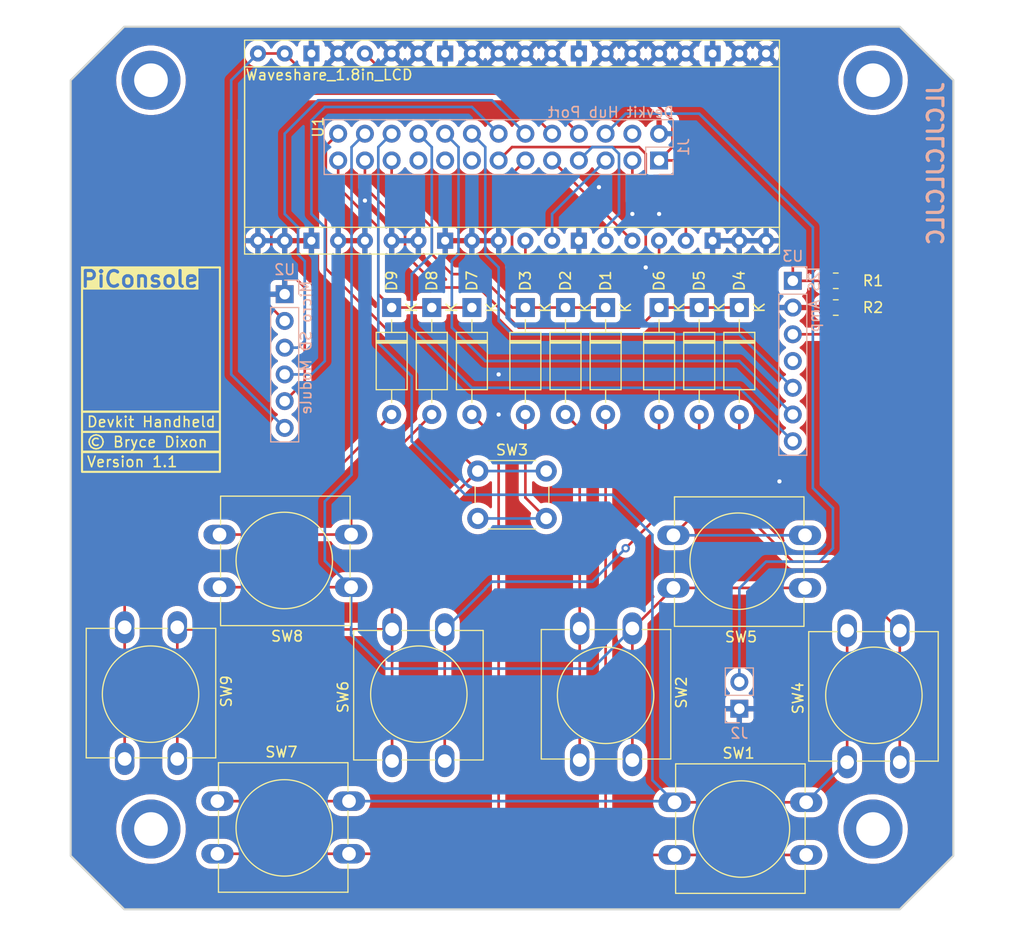
<source format=kicad_pcb>
(kicad_pcb (version 20221018) (generator pcbnew)
  (layers (0 "F.Cu" signal) (31 "B.Cu" signal) (34 "B.Paste" user) (35 "F.Paste" user) (36 "B.SilkS" user "B.Silkscreen") (37 "F.SilkS" user "F.Silkscreen") (38 "B.Mask" user) (39 "F.Mask" user) (44 "Edge.Cuts" user))
  (net 0 "")
  (net 1 "/Input Anode 1")
  (net 2 "Net-(D1-A)")
  (net 3 "Net-(D2-A)")
  (net 4 "Net-(D3-A)")
  (net 5 "/Input Anode 2")
  (net 6 "Net-(D4-A)")
  (net 7 "Net-(D5-A)")
  (net 8 "Net-(D6-A)")
  (net 9 "/Input Anode 3")
  (net 10 "Net-(D7-A)")
  (net 11 "Net-(D8-A)")
  (net 12 "Net-(D9-A)")
  (net 13 "GND")
  (net 14 "/Motor")
  (net 15 "+3V3")
  (net 16 "/I2S_Gain")
  (net 17 "/LCD DC")
  (net 18 "/LCD CS")
  (net 19 "/LCD CLK")
  (net 20 "/SD MISO")
  (net 21 "/LCD DIN")
  (net 22 "/SD CS")
  (net 23 "/LCD Reset")
  (net 24 "/SD CLK")
  (net 25 "/LCD Backlight")
  (net 26 "/SD MOSI")
  (net 27 "/I2S_DIN")
  (net 28 "/I2S_CLK")
  (net 29 "/I2S_LRC")
  (net 30 "/Input Cathode 1")
  (net 31 "/Input Cathode 2")
  (net 32 "/Input Cathode 3")
  (net 37 "/I2S_SD")
  (footprint "Button_Switch_THT:SW_PUSH_6mm" (layer "F.Cu") (at 56.44 57.44)
    (fp_text reference "SW3" (at 3.25 -2) (layer "F.SilkS"))
    (fp_text value "Start Button")
    (pad "1" thru_hole circle (at 0 0 90) (size 2 2) (drill 1.1) (layers "*.Cu" "*.Mask") (net 32 "/Input Cathode 3"))
    (pad "1" thru_hole circle (at 6.5 0 90) (size 2 2) (drill 1.1) (layers "*.Cu" "*.Mask") (net 32 "/Input Cathode 3"))
    (pad "2" thru_hole circle (at 0 4.5 90) (size 2 2) (drill 1.1) (layers "*.Cu" "*.Mask") (net 4 "Net-(D3-A)"))
    (pad "2" thru_hole circle (at 6.5 4.5 90) (size 2 2) (drill 1.1) (layers "*.Cu" "*.Mask") (net 4 "Net-(D3-A)"))
  )
  (footprint "Resistor_SMD:R_0805_2012Metric_Pad1.20x1.40mm_HandSolder" (layer "F.Cu") (at 90.44 39.37 180)
    (fp_text reference "R1" (at -3.54 0) (layer "F.SilkS"))
    (fp_text value "10K")
    (pad "1" smd roundrect (at -1 0 180) (size 1.2 1.4) (layers "F.Cu" "F.Paste" "F.Mask") (roundrect_rratio 0.2083333333) (net 37 "/I2S_SD"))
    (pad "2" smd roundrect (at 1 0 180) (size 1.2 1.4) (layers "F.Cu" "F.Paste" "F.Mask") (roundrect_rratio 0.2083333333) (net 15 "+3V3"))
  )
  (footprint "Button_Switch_THT:SW_PUSH-12mm" (layer "F.Cu") (at 44.41 68.47 180)
    (fp_text reference "SW8" (at 6.08 -4.66) (layer "F.SilkS"))
    (fp_text value "DPad Up")
    (pad "1" thru_hole oval (at 0 0 180) (size 3.048 1.85) (drill 1.3) (layers "*.Cu" "*.Mask") (net 31 "/Input Cathode 2"))
    (pad "1" thru_hole oval (at 12.5 0 180) (size 3.048 1.85) (drill 1.3) (layers "*.Cu" "*.Mask") (net 31 "/Input Cathode 2"))
    (pad "2" thru_hole oval (at 0 5 180) (size 3.048 1.85) (drill 1.3) (layers "*.Cu" "*.Mask") (net 11 "Net-(D8-A)"))
    (pad "2" thru_hole oval (at 12.5 5 180) (size 3.048 1.85) (drill 1.3) (layers "*.Cu" "*.Mask") (net 11 "Net-(D8-A)"))
  )
  (footprint "Button_Switch_THT:SW_PUSH-12mm" (layer "F.Cu") (at 27.9 72.28 -90)
    (fp_text reference "SW9" (at 6.08 -4.66 90) (layer "F.SilkS"))
    (fp_text value "DPad Left")
    (pad "1" thru_hole oval (at 0 0 270) (size 3.048 1.85) (drill 1.3) (layers "*.Cu" "*.Mask") (net 32 "/Input Cathode 3"))
    (pad "1" thru_hole oval (at 12.5 0 270) (size 3.048 1.85) (drill 1.3) (layers "*.Cu" "*.Mask") (net 32 "/Input Cathode 3"))
    (pad "2" thru_hole oval (at 0 5 270) (size 3.048 1.85) (drill 1.3) (layers "*.Cu" "*.Mask") (net 12 "Net-(D9-A)"))
    (pad "2" thru_hole oval (at 12.5 5 270) (size 3.048 1.85) (drill 1.3) (layers "*.Cu" "*.Mask") (net 12 "Net-(D9-A)"))
  )
  (footprint "MountingHole:MountingHole_3.2mm_M3_DIN965_Pad" (layer "F.Cu") (at 93.98 20.32)
    (fp_text reference "REF**" hide)
    (fp_text value "MountingHole_3.2mm_M3_DIN965_Pad")
    (pad "1" thru_hole circle (at 0 0) (size 5.6 5.6) (drill 3.2) (layers "*.Cu" "*.Mask"))
  )
  (footprint "Button_Switch_THT:SW_PUSH-12mm" (layer "F.Cu") (at 31.71 88.79)
    (fp_text reference "SW7" (at 6.08 -4.66) (layer "F.SilkS"))
    (fp_text value "DPad Down")
    (pad "1" thru_hole oval (at 0 0) (size 3.048 1.85) (drill 1.3) (layers "*.Cu" "*.Mask") (net 30 "/Input Cathode 1"))
    (pad "1" thru_hole oval (at 12.5 0) (size 3.048 1.85) (drill 1.3) (layers "*.Cu" "*.Mask") (net 30 "/Input Cathode 1"))
    (pad "2" thru_hole oval (at 0 5) (size 3.048 1.85) (drill 1.3) (layers "*.Cu" "*.Mask") (net 10 "Net-(D7-A)"))
    (pad "2" thru_hole oval (at 12.5 5) (size 3.048 1.85) (drill 1.3) (layers "*.Cu" "*.Mask") (net 10 "Net-(D7-A)"))
  )
  (footprint "Diode_THT:D_A-405_P10.16mm_Horizontal" (layer "F.Cu") (at 73.66 41.91 -90)
    (fp_text reference "D6" (at -2.54 0 90) (layer "F.SilkS"))
    (fp_text value "D_Schottky")
    (fp_text user "K" (at 0 -1.9 90) (layer "F.SilkS"))
    (pad "1" thru_hole rect (at 0 0 270) (size 1.8 1.8) (drill 0.9) (layers "*.Cu" "*.Mask") (net 5 "/Input Anode 2"))
    (pad "2" thru_hole oval (at 10.16 0 270) (size 1.8 1.8) (drill 0.9) (layers "*.Cu" "*.Mask") (net 8 "Net-(D6-A)"))
  )
  (footprint "Diode_THT:D_A-405_P10.16mm_Horizontal" (layer "F.Cu") (at 48.26 41.91 -90)
    (fp_text reference "D9" (at -2.54 0 90) (layer "F.SilkS"))
    (fp_text value "D_Schottky")
    (fp_text user "K" (at 0 -1.9 90) (layer "F.SilkS"))
    (pad "1" thru_hole rect (at 0 0 270) (size 1.8 1.8) (drill 0.9) (layers "*.Cu" "*.Mask") (net 9 "/Input Anode 3"))
    (pad "2" thru_hole oval (at 10.16 0 270) (size 1.8 1.8) (drill 0.9) (layers "*.Cu" "*.Mask") (net 12 "Net-(D9-A)"))
  )
  (footprint "Diode_THT:D_A-405_P10.16mm_Horizontal" (layer "F.Cu") (at 52.07 41.91 -90)
    (fp_text reference "D8" (at -2.54 0 90) (layer "F.SilkS"))
    (fp_text value "D_Schottky")
    (fp_text user "K" (at 0 -1.9 90) (layer "F.SilkS"))
    (pad "1" thru_hole rect (at 0 0 270) (size 1.8 1.8) (drill 0.9) (layers "*.Cu" "*.Mask") (net 9 "/Input Anode 3"))
    (pad "2" thru_hole oval (at 10.16 0 270) (size 1.8 1.8) (drill 0.9) (layers "*.Cu" "*.Mask") (net 11 "Net-(D8-A)"))
  )
  (footprint "MountingHole:MountingHole_3.2mm_M3_DIN965_Pad" (layer "F.Cu") (at 25.4 20.32)
    (fp_text reference "REF**" hide)
    (fp_text value "MountingHole_3.2mm_M3_DIN965_Pad")
    (pad "1" thru_hole circle (at 0 0) (size 5.6 5.6) (drill 3.2) (layers "*.Cu" "*.Mask"))
  )
  (footprint "Diode_THT:D_A-405_P10.16mm_Horizontal" (layer "F.Cu") (at 60.96 41.91 -90)
    (fp_text reference "D3" (at -2.54 0 -270) (layer "F.SilkS"))
    (fp_text value "D_Schottky")
    (fp_text user "K" (at 0 -1.9 -270) (layer "F.SilkS"))
    (pad "1" thru_hole rect (at 0 0 270) (size 1.8 1.8) (drill 0.9) (layers "*.Cu" "*.Mask") (net 1 "/Input Anode 1"))
    (pad "2" thru_hole oval (at 10.16 0 270) (size 1.8 1.8) (drill 0.9) (layers "*.Cu" "*.Mask") (net 4 "Net-(D3-A)"))
  )
  (footprint "PICOnsole:QRCode_Soldermask" (layer "F.Cu") (at 19.501875 40.767)
    (fp_text reference "G***" hide)
    (fp_text value "LOGO" hide)
  )
  (footprint "Button_Switch_THT:SW_PUSH-12mm" (layer "F.Cu") (at 87.52 68.54 180)
    (fp_text reference "SW5" (at 6.08 -4.66) (layer "F.SilkS"))
    (fp_text value "Y Button")
    (pad "1" thru_hole oval (at 0 0 180) (size 3.048 1.85) (drill 1.3) (layers "*.Cu" "*.Mask") (net 31 "/Input Cathode 2"))
    (pad "1" thru_hole oval (at 12.5 0 180) (size 3.048 1.85) (drill 1.3) (layers "*.Cu" "*.Mask") (net 31 "/Input Cathode 2"))
    (pad "2" thru_hole oval (at 0 5 180) (size 3.048 1.85) (drill 1.3) (layers "*.Cu" "*.Mask") (net 7 "Net-(D5-A)"))
    (pad "2" thru_hole oval (at 12.5 5 180) (size 3.048 1.85) (drill 1.3) (layers "*.Cu" "*.Mask") (net 7 "Net-(D5-A)"))
  )
  (footprint "Button_Switch_THT:SW_PUSH-12mm" (layer "F.Cu") (at 75.13 88.9)
    (fp_text reference "SW1" (at 6.08 -4.66) (layer "F.SilkS"))
    (fp_text value "A Button")
    (pad "1" thru_hole oval (at 0 0) (size 3.048 1.85) (drill 1.3) (layers "*.Cu" "*.Mask") (net 30 "/Input Cathode 1"))
    (pad "1" thru_hole oval (at 12.5 0) (size 3.048 1.85) (drill 1.3) (layers "*.Cu" "*.Mask") (net 30 "/Input Cathode 1"))
    (pad "2" thru_hole oval (at 0 5) (size 3.048 1.85) (drill 1.3) (layers "*.Cu" "*.Mask") (net 2 "Net-(D1-A)"))
    (pad "2" thru_hole oval (at 12.5 5) (size 3.048 1.85) (drill 1.3) (layers "*.Cu" "*.Mask") (net 2 "Net-(D1-A)"))
  )
  (footprint "Diode_THT:D_A-405_P10.16mm_Horizontal" (layer "F.Cu") (at 77.47 41.91 -90)
    (fp_text reference "D5" (at -2.54 0 90) (layer "F.SilkS"))
    (fp_text value "D_Schottky")
    (fp_text user "K" (at 0 -1.9 90) (layer "F.SilkS"))
    (pad "1" thru_hole rect (at 0 0 270) (size 1.8 1.8) (drill 0.9) (layers "*.Cu" "*.Mask") (net 5 "/Input Anode 2"))
    (pad "2" thru_hole oval (at 10.16 0 270) (size 1.8 1.8) (drill 0.9) (layers "*.Cu" "*.Mask") (net 7 "Net-(D5-A)"))
  )
  (footprint "Diode_THT:D_A-405_P10.16mm_Horizontal" (layer "F.Cu") (at 64.77 41.91 -90)
    (fp_text reference "D2" (at -2.54 0 -270) (layer "F.SilkS"))
    (fp_text value "D_Schottky")
    (fp_text user "K" (at 0 -1.9 -270) (layer "F.SilkS"))
    (pad "1" thru_hole rect (at 0 0 270) (size 1.8 1.8) (drill 0.9) (layers "*.Cu" "*.Mask") (net 1 "/Input Anode 1"))
    (pad "2" thru_hole oval (at 10.16 0 270) (size 1.8 1.8) (drill 0.9) (layers "*.Cu" "*.Mask") (net 3 "Net-(D2-A)"))
  )
  (footprint "Diode_THT:D_A-405_P10.16mm_Horizontal" (layer "F.Cu") (at 55.88 41.91 -90)
    (fp_text reference "D7" (at -2.54 0 90) (layer "F.SilkS"))
    (fp_text value "D_Schottky")
    (fp_text user "K" (at 0 -1.9 90) (layer "F.SilkS"))
    (pad "1" thru_hole rect (at 0 0 270) (size 1.8 1.8) (drill 0.9) (layers "*.Cu" "*.Mask") (net 9 "/Input Anode 3"))
    (pad "2" thru_hole oval (at 10.16 0 270) (size 1.8 1.8) (drill 0.9) (layers "*.Cu" "*.Mask") (net 10 "Net-(D7-A)"))
  )
  (footprint "Button_Switch_THT:SW_PUSH-12mm" (layer "F.Cu") (at 91.52 85.09 90)
    (fp_text reference "SW4" (at 6.08 -4.66 90) (layer "F.SilkS"))
    (fp_text value "B Button")
    (pad "1" thru_hole oval (at 0 0 90) (size 3.048 1.85) (drill 1.3) (layers "*.Cu" "*.Mask") (net 30 "/Input Cathode 1"))
    (pad "1" thru_hole oval (at 12.5 0 90) (size 3.048 1.85) (drill 1.3) (layers "*.Cu" "*.Mask") (net 30 "/Input Cathode 1"))
    (pad "2" thru_hole oval (at 0 5 90) (size 3.048 1.85) (drill 1.3) (layers "*.Cu" "*.Mask") (net 6 "Net-(D4-A)"))
    (pad "2" thru_hole oval (at 12.5 5 90) (size 3.048 1.85) (drill 1.3) (layers "*.Cu" "*.Mask") (net 6 "Net-(D4-A)"))
  )
  (footprint "PICOnsole:Waveshare_1.8in_LCD" (layer "F.Cu") (at 58.42 26.67 90)
    (fp_text reference "U1" (at 1.905 -17.145 90 unlocked) (layer "F.SilkS"))
    (fp_text value "Waveshare_1.8in_LCD" (at 6.858 -24.13 unlocked) (layer "F.SilkS" knockout) (effects (justify left)))
    (pad "1" thru_hole circle (at -8.89 -22.86 90) (size 1.524 1.524) (drill 0.762) (layers "*.Cu" "*.Mask") (net 13 "GND"))
    (pad "2" thru_hole circle (at -8.89 -20.32 90) (size 1.524 1.524) (drill 0.762) (layers "*.Cu" "*.Mask") (net 13 "GND"))
    (pad "3" thru_hole rect (at -8.89 -17.78 90) (size 1.524 1.524) (drill 0.762) (layers "*.Cu" "*.Mask") (net 13 "GND"))
    (pad "4" thru_hole circle (at -8.89 -15.24 90) (size 1.524 1.524) (drill 0.762) (layers "*.Cu" "*.Mask") (net 13 "GND"))
    (pad "5" thru_hole circle (at -8.89 -12.7 90) (size 1.524 1.524) (drill 0.762) (layers "*.Cu" "*.Mask") (net 13 "GND"))
    (pad "6" thru_hole circle (at -8.89 -7.62 90) (size 1.524 1.524) (drill 0.762) (layers "*.Cu" "*.Mask") (net 13 "GND"))
    (pad "7" thru_hole circle (at -8.89 -10.16 90) (size 1.524 1.524) (drill 0.762) (layers "*.Cu" "*.Mask") (net 13 "GND"))
    (pad "8" thru_hole rect (at -8.89 -5.08 90) (size 1.524 1.524) (drill 0.762) (layers "*.Cu" "*.Mask") (net 13 "GND"))
    (pad "9" thru_hole circle (at -8.89 -2.54 90) (size 1.524 1.524) (drill 0.762) (layers "*.Cu" "*.Mask") (net 13 "GND"))
    (pad "10" thru_hole circle (at -8.89 0 90) (size 1.524 1.524) (drill 0.762) (layers "*.Cu" "*.Mask") (net 13 "GND"))
    (pad "11" thru_hole circle (at -8.89 2.54 90) (size 1.524 1.524) (drill 0.762) (layers "*.Cu" "*.Mask") (net 17 "/LCD DC"))
    (pad "12" thru_hole circle (at -8.89 5.08 90) (size 1.524 1.524) (drill 0.762) (layers "*.Cu" "*.Mask") (net 18 "/LCD CS"))
    (pad "13" thru_hole rect (at -8.89 7.62 90) (size 1.524 1.524) (drill 0.762) (layers "*.Cu" "*.Mask") (net 13 "GND"))
    (pad "14" thru_hole circle (at -8.89 10.16 90) (size 1.524 1.524) (drill 0.762) (layers "*.Cu" "*.Mask") (net 19 "/LCD CLK"))
    (pad "15" thru_hole circle (at -8.89 12.7 90) (size 1.524 1.524) (drill 0.762) (layers "*.Cu" "*.Mask") (net 21 "/LCD DIN"))
    (pad "16" thru_hole circle (at -8.89 15.24 90) (size 1.524 1.524) (drill 0.762) (layers "*.Cu" "*.Mask") (net 23 "/LCD Reset"))
    (pad "17" thru_hole circle (at -8.89 17.78 90) (size 1.524 1.524) (drill 0.762) (layers "*.Cu" "*.Mask") (net 25 "/LCD Backlight"))
    (pad "18" thru_hole rect (at -8.89 20.32 90) (size 1.524 1.524) (drill 0.762) (layers "*.Cu" "*.Mask") (net 13 "GND"))
    (pad "19" thru_hole circle (at -8.89 22.86 90) (size 1.524 1.524) (drill 0.762) (layers "*.Cu" "*.Mask") (net 13 "GND"))
    (pad "20" thru_hole circle (at -8.89 25.4 90) (size 1.524 1.524) (drill 0.762) (layers "*.Cu" "*.Mask") (net 13 "GND"))
    (pad "21" thru_hole circle (at 8.89 25.4 90) (size 1.524 1.524) (drill 0.762) (layers "*.Cu" "*.Mask") (net 13 "GND"))
    (pad "22" thru_hole circle (at 8.89 22.86 90) (size 1.524 1.524) (drill 0.762) (layers "*.Cu" "*.Mask") (net 13 "GND"))
    (pad "23" thru_hole rect (at 8.89 20.32 90) (size 1.524 1.524) (drill 0.762) (layers "*.Cu" "*.Mask") (net 13 "GND"))
    (pad "24" thru_hole circle (at 8.89 17.78 90) (size 1.524 1.524) (drill 0.762) (layers "*.Cu" "*.Mask") (net 13 "GND"))
    (pad "25" thru_hole circle (at 8.89 15.24 90) (size 1.524 1.524) (drill 0.762) (layers "*.Cu" "*.Mask") (net 13 "GND"))
    (pad "26" thru_hole circle (at 8.89 12.7 90) (size 1.524 1.524) (drill 0.762) (layers "*.Cu" "*.Mask") (net 13 "GND"))
    (pad "27" thru_hole circle (at 8.89 10.16 90) (size 1.524 1.524) (drill 0.762) (layers "*.Cu" "*.Mask") (net 13 "GND"))
    (pad "28" thru_hole rect (at 8.89 7.62 90) (size 1.524 1.524) (drill 0.762) (layers "*.Cu" "*.Mask") (net 13 "GND"))
    (pad "29" thru_hole circle (at 8.89 5.08 90) (size 1.524 1.524) (drill 0.762) (layers "*.Cu" "*.Mask") (net 13 "GND"))
    (pad "30" thru_hole circle (at 8.89 2.54 90) (size 1.524 1.524) (drill 0.762) (layers "*.Cu" "*.Mask") (net 13 "GND"))
    (pad "31" thru_hole circle (at 8.89 0 90) (size 1.524 1.524) (drill 0.762) (layers "*.Cu" "*.Mask") (net 13 "GND"))
    (pad "32" thru_hole circle (at 8.89 -2.54 90) (size 1.524 1.524) (drill 0.762) (layers "*.Cu" "*.Mask") (net 13 "GND"))
    (pad "33" thru_hole rect (at 8.89 -5.08 90) (size 1.524 1.524) (drill 0.762) (layers "*.Cu" "*.Mask") (net 13 "GND"))
    (pad "34" thru_hole circle (at 8.89 -7.62 90) (size 1.524 1.524) (drill 0.762) (layers "*.Cu" "*.Mask") (net 13 "GND"))
    (pad "35" thru_hole circle (at 8.89 -10.16 90) (size 1.524 1.524) (drill 0.762) (layers "*.Cu" "*.Mask") (net 13 "GND"))
    (pad "36" thru_hole circle (at 8.89 -12.7 90) (size 1.524 1.524) (drill 0.762) (layers "*.Cu" "*.Mask") (net 15 "+3V3"))
    (pad "37" thru_hole circle (at 8.89 -15.24 90) (size 1.524 1.524) (drill 0.762) (layers "*.Cu" "*.Mask") (net 13 "GND"))
    (pad "38" thru_hole rect (at 8.89 -17.78 90) (size 1.524 1.524) (drill 0.762) (layers "*.Cu" "*.Mask") (net 13 "GND"))
    (pad "39" thru_hole circle (at 8.89 -20.32 90) (size 1.524 1.524) (drill 0.762) (layers "*.Cu" "*.Mask") (net 15 "+3V3"))
    (pad "40" thru_hole circle (at 8.89 -22.86 90) (size 1.524 1.524) (drill 0.762) (layers "*.Cu" "*.Mask") (net 15 "+3V3"))
  )
  (footprint "Diode_THT:D_A-405_P10.16mm_Horizontal" (layer "F.Cu") (at 81.28 41.91 -90)
    (fp_text reference "D4" (at -2.54 0 90) (layer "F.SilkS"))
    (fp_text value "D_Schottky")
    (fp_text user "K" (at 0 -1.9 90) (layer "F.SilkS"))
    (pad "1" thru_hole rect (at 0 0 270) (size 1.8 1.8) (drill 0.9) (layers "*.Cu" "*.Mask") (net 5 "/Input Anode 2"))
    (pad "2" thru_hole oval (at 10.16 0 270) (size 1.8 1.8) (drill 0.9) (layers "*.Cu" "*.Mask") (net 6 "Net-(D4-A)"))
  )
  (footprint "MountingHole:MountingHole_3.2mm_M3_DIN965_Pad" (layer "F.Cu") (at 25.4 91.44)
    (fp_text reference "REF**" hide)
    (fp_text value "MountingHole_3.2mm_M3_DIN965_Pad")
    (pad "1" thru_hole circle (at 0 0) (size 5.6 5.6) (drill 3.2) (layers "*.Cu" "*.Mask"))
  )
  (footprint "Button_Switch_THT:SW_PUSH-12mm" (layer "F.Cu") (at 48.3 84.98 90)
    (fp_text reference "SW6" (at 6.08 -4.66 90) (layer "F.SilkS"))
    (fp_text value "DPad Right")
    (pad "1" thru_hole oval (at 0 0 90) (size 3.048 1.85) (drill 1.3) (layers "*.Cu" "*.Mask") (net 32 "/Input Cathode 3"))
    (pad "1" thru_hole oval (at 12.5 0 90) (size 3.048 1.85) (drill 1.3) (layers "*.Cu" "*.Mask") (net 32 "/Input Cathode 3"))
    (pad "2" thru_hole oval (at 0 5 90) (size 3.048 1.85) (drill 1.3) (layers "*.Cu" "*.Mask") (net 8 "Net-(D6-A)"))
    (pad "2" thru_hole oval (at 12.5 5 90) (size 3.048 1.85) (drill 1.3) (layers "*.Cu" "*.Mask") (net 8 "Net-(D6-A)"))
  )
  (footprint "Resistor_SMD:R_0805_2012Metric_Pad1.20x1.40mm_HandSolder" (layer "F.Cu") (at 90.44 41.91)
    (fp_text reference "R2" (at 3.54 0) (layer "F.SilkS"))
    (fp_text value "1K")
    (pad "1" smd roundrect (at -1 0) (size 1.2 1.4) (layers "F.Cu" "F.Paste" "F.Mask") (roundrect_rratio 0.2083333333) (net 13 "GND"))
    (pad "2" smd roundrect (at 1 0) (size 1.2 1.4) (layers "F.Cu" "F.Paste" "F.Mask") (roundrect_rratio 0.2083333333) (net 37 "/I2S_SD"))
  )
  (footprint "MountingHole:MountingHole_3.2mm_M3_DIN965_Pad" (layer "F.Cu") (at 93.98 91.44)
    (fp_text reference "REF**" hide)
    (fp_text value "MountingHole_3.2mm_M3_DIN965_Pad")
    (pad "1" thru_hole circle (at 0 0) (size 5.6 5.6) (drill 3.2) (layers "*.Cu" "*.Mask"))
  )
  (footprint "Button_Switch_THT:SW_PUSH-12mm" (layer "F.Cu") (at 71.12 72.39 -90)
    (fp_text reference "SW2" (at 6.08 -4.66 90) (layer "F.SilkS"))
    (fp_text value "X Button")
    (pad "1" thru_hole oval (at 0 0 270) (size 3.048 1.85) (drill 1.3) (layers "*.Cu" "*.Mask") (net 31 "/Input Cathode 2"))
    (pad "1" thru_hole oval (at 12.5 0 270) (size 3.048 1.85) (drill 1.3) (layers "*.Cu" "*.Mask") (net 31 "/Input Cathode 2"))
    (pad "2" thru_hole oval (at 0 5 270) (size 3.048 1.85) (drill 1.3) (layers "*.Cu" "*.Mask") (net 3 "Net-(D2-A)"))
    (pad "2" thru_hole oval (at 12.5 5 270) (size 3.048 1.85) (drill 1.3) (layers "*.Cu" "*.Mask") (net 3 "Net-(D2-A)"))
  )
  (footprint "Diode_THT:D_A-405_P10.16mm_Horizontal" (layer "F.Cu") (at 68.58 41.91 -90)
    (fp_text reference "D1" (at -2.54 0 -270) (layer "F.SilkS"))
    (fp_text value "D_Schottky")
    (fp_text user "K" (at 0 -1.9 -270) (layer "F.SilkS"))
    (pad "1" thru_hole rect (at 0 0 270) (size 1.8 1.8) (drill 0.9) (layers "*.Cu" "*.Mask") (net 1 "/Input Anode 1"))
    (pad "2" thru_hole oval (at 10.16 0 270) (size 1.8 1.8) (drill 0.9) (layers "*.Cu" "*.Mask") (net 2 "Net-(D1-A)"))
  )
  (footprint "Connector_PinHeader_2.54mm:PinHeader_2x13_P2.54mm_Vertical" (layer "B.Cu") (at 73.66 27.94 90)
    (fp_text reference "J1" (at 1.27 2.33 90) (layer "B.SilkS") (effects (justify mirror)))
    (fp_text value "Devkit Hub Port" (at 4.572 -4.572 180) (layer "B.SilkS" knockout) (effects (justify mirror)))
    (pad "1" thru_hole rect (at 0 0 90) (size 1.7 1.7) (drill 1) (layers "*.Cu" "*.Mask") (net 15 "+3V3"))
    (pad "2" thru_hole oval (at 2.54 0 90) (size 1.7 1.7) (drill 1) (layers "*.Cu" "*.Mask") (net 13 "GND"))
    (pad "3" thru_hole oval (at 0 -2.54 90) (size 1.7 1.7) (drill 1) (layers "*.Cu" "*.Mask") (net 17 "/LCD DC"))
    (pad "4" thru_hole oval (at 2.54 -2.54 90) (size 1.7 1.7) (drill 1) (layers "*.Cu" "*.Mask"))
    (pad "5" thru_hole oval (at 0 -5.08 90) (size 1.7 1.7) (drill 1) (layers "*.Cu" "*.Mask") (net 18 "/LCD CS"))
    (pad "6" thru_hole oval (at 2.54 -5.08 90) (size 1.7 1.7) (drill 1) (layers "*.Cu" "*.Mask") (net 14 "/Motor"))
    (pad "7" thru_hole oval (at 0 -7.62 90) (size 1.7 1.7) (drill 1) (layers "*.Cu" "*.Mask") (net 19 "/LCD CLK"))
    (pad "8" thru_hole oval (at 2.54 -7.62 90) (size 1.7 1.7) (drill 1) (layers "*.Cu" "*.Mask") (net 20 "/SD MISO"))
    (pad "9" thru_hole oval (at 0 -10.16 90) (size 1.7 1.7) (drill 1) (layers "*.Cu" "*.Mask") (net 21 "/LCD DIN"))
    (pad "10" thru_hole oval (at 2.54 -10.16 90) (size 1.7 1.7) (drill 1) (layers "*.Cu" "*.Mask") (net 22 "/SD CS"))
    (pad "11" thru_hole oval (at 0 -12.7 90) (size 1.7 1.7) (drill 1) (layers "*.Cu" "*.Mask") (net 23 "/LCD Reset"))
    (pad "12" thru_hole oval (at 2.54 -12.7 90) (size 1.7 1.7) (drill 1) (layers "*.Cu" "*.Mask") (net 24 "/SD CLK"))
    (pad "13" thru_hole oval (at 0 -15.24 90) (size 1.7 1.7) (drill 1) (layers "*.Cu" "*.Mask") (net 25 "/LCD Backlight"))
    (pad "14" thru_hole oval (at 2.54 -15.24 90) (size 1.7 1.7) (drill 1) (layers "*.Cu" "*.Mask") (net 26 "/SD MOSI"))
    (pad "15" thru_hole oval (at 0 -17.78 90) (size 1.7 1.7) (drill 1) (layers "*.Cu" "*.Mask"))
    (pad "16" thru_hole oval (at 2.54 -17.78 90) (size 1.7 1.7) (drill 1) (layers "*.Cu" "*.Mask") (net 27 "/I2S_DIN"))
    (pad "17" thru_hole oval (at 0 -20.32 90) (size 1.7 1.7) (drill 1) (layers "*.Cu" "*.Mask"))
    (pad "18" thru_hole oval (at 2.54 -20.32 90) (size 1.7 1.7) (drill 1) (layers "*.Cu" "*.Mask") (net 28 "/I2S_CLK"))
    (pad "19" thru_hole oval (at 0 -22.86 90) (size 1.7 1.7) (drill 1) (layers "*.Cu" "*.Mask"))
    (pad "20" thru_hole oval (at 2.54 -22.86 90) (size 1.7 1.7) (drill 1) (layers "*.Cu" "*.Mask") (net 29 "/I2S_LRC"))
    (pad "21" thru_hole oval (at 0 -25.4 90) (size 1.7 1.7) (drill 1) (layers "*.Cu" "*.Mask") (net 1 "/Input Anode 1"))
    (pad "22" thru_hole oval (at 2.54 -25.4 90) (size 1.7 1.7) (drill 1) (layers "*.Cu" "*.Mask") (net 30 "/Input Cathode 1"))
    (pad "23" thru_hole oval (at 0 -27.94 90) (size 1.7 1.7) (drill 1) (layers "*.Cu" "*.Mask") (net 5 "/Input Anode 2"))
    (pad "24" thru_hole oval (at 2.54 -27.94 90) (size 1.7 1.7) (drill 1) (layers "*.Cu" "*.Mask") (net 31 "/Input Cathode 2"))
    (pad "25" thru_hole oval (at 0 -30.48 90) (size 1.7 1.7) (drill 1) (layers "*.Cu" "*.Mask") (net 9 "/Input Anode 3"))
    (pad "26" thru_hole oval (at 2.54 -30.48 90) (size 1.7 1.7) (drill 1) (layers "*.Cu" "*.Mask") (net 32 "/Input Cathode 3"))
  )
  (footprint "Connector_PinHeader_2.54mm:PinHeader_1x07_P2.54mm_Vertical" (layer "B.Cu") (at 86.36 39.37 180)
    (fp_text reference "U3" (at 0 2.33) (layer "B.SilkS") (effects (justify mirror)))
    (fp_text value "I2S Amp" (at -2.032 -1.778 90) (layer "B.SilkS" knockout) (effects (justify mirror)))
    (pad "1" thru_hole rect (at 0 0 180) (size 1.7 1.7) (drill 1) (layers "*.Cu" "*.Mask") (net 15 "+3V3"))
    (pad "2" thru_hole oval (at 0 -2.54 180) (size 1.7 1.7) (drill 1) (layers "*.Cu" "*.Mask") (net 13 "GND"))
    (pad "3" thru_hole oval (at 0 -5.08 180) (size 1.7 1.7) (drill 1) (layers "*.Cu" "*.Mask") (net 37 "/I2S_SD"))
    (pad "4" thru_hole oval (at 0 -7.62 180) (size 1.7 1.7) (drill 1) (layers "*.Cu" "*.Mask") (net 16 "/I2S_Gain"))
    (pad "5" thru_hole oval (at 0 -10.16 180) (size 1.7 1.7) (drill 1) (layers "*.Cu" "*.Mask") (net 27 "/I2S_DIN"))
    (pad "6" thru_hole oval (at 0 -12.7 180) (size 1.7 1.7) (drill 1) (layers "*.Cu" "*.Mask") (net 28 "/I2S_CLK"))
    (pad "7" thru_hole oval (at 0 -15.24 180) (size 1.7 1.7) (drill 1) (layers "*.Cu" "*.Mask") (net 29 "/I2S_LRC"))
  )
  (footprint "Connector_PinHeader_2.54mm:PinHeader_1x06_P2.54mm_Vertical" (layer "B.Cu") (at 38.1 40.64 180)
    (fp_text reference "U2" (at 0 2.33) (layer "B.SilkS") (effects (justify mirror)))
    (fp_text value "Micro SD Module" (at -2.032 -5.08 90) (layer "B.SilkS" knockout) (effects (justify mirror)))
    (pad "1" thru_hole rect (at 0 0 180) (size 1.7 1.7) (drill 1) (layers "*.Cu" "*.Mask") (net 13 "GND"))
    (pad "2" thru_hole oval (at 0 -2.54 180) (size 1.7 1.7) (drill 1) (layers "*.Cu" "*.Mask") (net 20 "/SD MISO"))
    (pad "3" thru_hole oval (at 0 -5.08 180) (size 1.7 1.7) (drill 1) (layers "*.Cu" "*.Mask") (net 24 "/SD CLK"))
    (pad "4" thru_hole oval (at 0 -7.62 180) (size 1.7 1.7) (drill 1) (layers "*.Cu" "*.Mask") (net 26 "/SD MOSI"))
    (pad "5" thru_hole oval (at 0 -10.16 180) (size 1.7 1.7) (drill 1) (layers "*.Cu" "*.Mask") (net 22 "/SD CS"))
    (pad "6" thru_hole oval (at 0 -12.7 180) (size 1.7 1.7) (drill 1) (layers "*.Cu" "*.Mask") (net 15 "+3V3"))
  )
  (footprint "Connector_PinHeader_2.54mm:PinHeader_1x02_P2.54mm_Vertical" (layer "B.Cu") (at 81.28 80.01)
    (fp_text reference "J2" (at 0 2.33) (layer "B.SilkS") (effects (justify mirror)))
    (fp_text value "Vibration Motor")
    (pad "1" thru_hole rect (at 0 0) (size 1.7 1.7) (drill 1) (layers "*.Cu" "*.Mask") (net 13 "GND"))
    (pad "2" thru_hole oval (at 0 -2.54) (size 1.7 1.7) (drill 1) (layers "*.Cu" "*.Mask") (net 14 "/Motor"))
  )
  (gr_rect (start 18.852125 51.80125) (end 31.947875 53.721) (stroke (width 0.2)) (fill none) (layer "F.SilkS"))
  (gr_rect (start 18.852125 38.1) (end 31.947875 51.80125) (stroke (width 0.2)) (fill none) (layer "F.SilkS"))
  (gr_rect (start 18.852125 53.721) (end 31.947875 55.64075) (stroke (width 0.2)) (fill none) (layer "F.SilkS"))
  (gr_rect (start 18.852125 55.5965) (end 31.947875 57.51625) (stroke (width 0.2)) (fill none) (layer "F.SilkS"))
  (gr_poly (pts (xy 17.78 20.32) (xy 22.86 15.24) (xy 96.52 15.24) (xy 101.6 20.32) (xy 101.6 93.98) (xy 96.52 99.06) (xy 22.86 99.06) (xy 17.78 93.98)) (stroke (width 0.2)) (fill none) (layer "Edge.Cuts"))
  (gr_text "JLCJLCJLCJLC" (at 99.06 20.32 90) (layer "B.SilkS") (effects (font (size 1.5 1.5) (thickness 0.3) bold) (justify left top mirror)))
  (gr_text "© Bryce Dixon" (at 19.233125 54.102) (layer "F.SilkS") (effects (font (size 1 1)) (justify left top)))
  (gr_text "Version 1.1" (at 19.233125 55.9775) (layer "F.SilkS") (effects (font (size 1 1)) (justify left top)))
  (gr_text "Devkit Handheld" (at 19.233125 52.18225) (layer "F.SilkS") (effects (font (size 1 1)) (justify left top)))
  (gr_text "PiConsole" (at 18.606875 38.333) (layer "F.SilkS" knockout) (effects (font (size 1.5 1.5) (thickness 0.3) bold) (justify left top)))
  (segment (start 53.975 38.735) (end 52.07 36.83) (width 0.25) (layer "F.Cu") (net 1))
  (segment (start 52.07 34.29) (end 48.26 30.48) (width 0.25) (layer "F.Cu") (net 1))
  (segment (start 59.69 41.91) (end 56.515 38.735) (width 0.25) (layer "F.Cu") (net 1))
  (segment (start 48.26 30.48) (end 48.26 27.94) (width 0.25) (layer "F.Cu") (net 1))
  (segment (start 56.515 38.735) (end 53.975 38.735) (width 0.25) (layer "F.Cu") (net 1))
  (segment (start 68.58 41.91) (end 60.96 41.91) (width 0.25) (layer "F.Cu") (net 1))
  (segment (start 60.96 41.91) (end 59.69 41.91) (width 0.25) (layer "F.Cu") (net 1))
  (segment (start 52.07 36.83) (end 52.07 34.29) (width 0.25) (layer "F.Cu") (net 1))
  (segment (start 75.13 93.9) (end 87.63 93.9) (width 0.25) (layer "F.Cu") (net 2))
  (segment (start 68.58 91.44) (end 71.04 93.9) (width 0.25) (layer "F.Cu") (net 2))
  (segment (start 71.04 93.9) (end 75.13 93.9) (width 0.25) (layer "F.Cu") (net 2))
  (segment (start 68.58 52.07) (end 68.58 91.44) (width 0.25) (layer "F.Cu") (net 2))
  (segment (start 64.77 52.07) (end 66.12 53.42) (width 0.25) (layer "F.Cu") (net 3))
  (segment (start 66.12 53.42) (end 66.12 72.39) (width 0.25) (layer "F.Cu") (net 3))
  (segment (start 66.12 72.39) (end 66.12 84.89) (width 0.25) (layer "F.Cu") (net 3))
  (segment (start 60.96 52.07) (end 60.96 59.96) (width 0.25) (layer "F.Cu") (net 4))
  (segment (start 60.96 59.96) (end 62.94 61.94) (width 0.25) (layer "F.Cu") (net 4))
  (segment (start 62.94 61.94) (end 56.44 61.94) (width 0.25) (layer "B.Cu") (net 4))
  (segment (start 71.755 43.815) (end 73.66 41.91) (width 0.25) (layer "F.Cu") (net 5))
  (segment (start 49.53 34.29) (end 49.53 36.83) (width 0.25) (layer "F.Cu") (net 5))
  (segment (start 52.705 40.005) (end 56.515 40.005) (width 0.25) (layer "F.Cu") (net 5))
  (segment (start 56.515 40.005) (end 60.325 43.815) (width 0.25) (layer "F.Cu") (net 5))
  (segment (start 49.53 36.83) (end 52.705 40.005) (width 0.25) (layer "F.Cu") (net 5))
  (segment (start 45.72 27.94) (end 45.72 30.48) (width 0.25) (layer "F.Cu") (net 5))
  (segment (start 73.66 41.91) (end 81.28 41.91) (width 0.25) (layer "F.Cu") (net 5))
  (segment (start 60.325 43.815) (end 71.755 43.815) (width 0.25) (layer "F.Cu") (net 5))
  (segment (start 45.72 30.48) (end 49.53 34.29) (width 0.25) (layer "F.Cu") (net 5))
  (segment (start 96.52 85.09) (end 96.52 72.59) (width 0.25) (layer "F.Cu") (net 6))
  (segment (start 86.36 66.04) (end 89.97 66.04) (width 0.25) (layer "F.Cu") (net 6))
  (segment (start 89.97 66.04) (end 96.52 72.59) (width 0.25) (layer "F.Cu") (net 6))
  (segment (start 81.28 52.07) (end 81.28 60.96) (width 0.25) (layer "F.Cu") (net 6))
  (segment (start 81.28 60.96) (end 86.36 66.04) (width 0.25) (layer "F.Cu") (net 6))
  (segment (start 77.47 61.09) (end 75.02 63.54) (width 0.25) (layer "F.Cu") (net 7))
  (segment (start 77.47 52.07) (end 77.47 61.09) (width 0.25) (layer "F.Cu") (net 7))
  (segment (start 87.52 63.54) (end 75.02 63.54) (width 0.25) (layer "B.Cu") (net 7))
  (segment (start 70.485 64.77) (end 73.66 61.595) (width 0.25) (layer "F.Cu") (net 8))
  (segment (start 53.3 84.98) (end 53.3 72.48) (width 0.25) (layer "F.Cu") (net 8))
  (segment (start 73.66 61.595) (end 73.66 52.07) (width 0.25) (layer "F.Cu") (net 8))
  (via (at 70.485 64.77) (size 0.8) (drill 0.4) (layers "F.Cu" "B.Cu") (net 8))
  (segment (start 57.785 67.945) (end 57.15 68.58) (width 0.25) (layer "B.Cu") (net 8))
  (segment (start 57.15 68.63) (end 53.3 72.48) (width 0.25) (layer "B.Cu") (net 8))
  (segment (start 57.15 68.58) (end 57.15 68.63) (width 0.25) (layer "B.Cu") (net 8))
  (segment (start 70.485 64.77) (end 67.31 67.945) (width 0.25) (layer "B.Cu") (net 8))
  (segment (start 67.31 67.945) (end 57.785 67.945) (width 0.25) (layer "B.Cu") (net 8))
  (segment (start 46.99 34.29) (end 43.18 30.48) (width 0.25) (layer "F.Cu") (net 9))
  (segment (start 48.26 41.91) (end 46.99 40.64) (width 0.25) (layer "F.Cu") (net 9))
  (segment (start 55.88 41.91) (end 48.26 41.91) (width 0.25) (layer "F.Cu") (net 9))
  (segment (start 46.99 40.64) (end 46.99 34.29) (width 0.25) (layer "F.Cu") (net 9))
  (segment (start 43.18 30.48) (end 43.18 27.94) (width 0.25) (layer "F.Cu") (net 9))
  (segment (start 56.07 93.79) (end 44.21 93.79) (width 0.25) (layer "F.Cu") (net 10))
  (segment (start 58.42 91.44) (end 56.07 93.79) (width 0.25) (layer "F.Cu") (net 10))
  (segment (start 55.88 52.07) (end 58.42 54.61) (width 0.25) (layer "F.Cu") (net 10))
  (segment (start 58.42 54.61) (end 58.42 91.44) (width 0.25) (layer "F.Cu") (net 10))
  (segment (start 31.71 93.79) (end 44.21 93.79) (width 0.25) (layer "F.Cu") (net 10))
  (segment (start 52.07 52.07) (end 44.41 59.73) (width 0.25) (layer "F.Cu") (net 11))
  (segment (start 44.41 63.47) (end 31.91 63.47) (width 0.25) (layer "F.Cu") (net 11))
  (segment (start 44.41 59.73) (end 44.41 63.47) (width 0.25) (layer "F.Cu") (net 11))
  (segment (start 26.035 58.42) (end 22.9 61.555) (width 0.25) (layer "F.Cu") (net 12))
  (segment (start 22.9 61.555) (end 22.9 72.28) (width 0.25) (layer "F.Cu") (net 12))
  (segment (start 22.9 72.28) (end 22.9 84.78) (width 0.25) (layer "F.Cu") (net 12))
  (segment (start 41.91 58.42) (end 26.035 58.42) (width 0.25) (layer "F.Cu") (net 12))
  (segment (start 48.26 52.07) (end 41.91 58.42) (width 0.25) (layer "F.Cu") (net 12))
  (via (at 85.09 58.42) (size 0.8) (drill 0.4) (layers "F.Cu" "B.Cu") (net 13))
  (via (at 58.42 48.26) (size 0.8) (drill 0.4) (layers "F.Cu" "B.Cu") (net 13))
  (via (at 45.72 31.75) (size 0.8) (drill 0.4) (layers "F.Cu" "B.Cu") (net 13))
  (via (at 73.66 33.02) (size 0.8) (drill 0.4) (layers "F.Cu" "B.Cu") (net 13))
  (via (at 67.945 30.48) (size 0.8) (drill 0.4) (layers "F.Cu" "B.Cu") (net 13))
  (via (at 72.39 38.1) (size 0.8) (drill 0.4) (layers "F.Cu" "B.Cu") (net 13))
  (via (at 71.12 33.02) (size 0.8) (drill 0.4) (layers "F.Cu" "B.Cu") (net 13))
  (via (at 58.42 52.07) (size 0.8) (drill 0.4) (layers "F.Cu" "B.Cu") (net 13))
  (segment (start 81.28 68.58) (end 81.28 77.47) (width 0.25) (layer "B.Cu") (net 14))
  (segment (start 83.82 66.04) (end 81.28 68.58) (width 0.25) (layer "B.Cu") (net 14))
  (segment (start 88.265 34.29) (end 88.265 59.055) (width 0.25) (layer "B.Cu") (net 14))
  (segment (start 90.17 64.77) (end 88.9 66.04) (width 0.25) (layer "B.Cu") (net 14))
  (segment (start 90.17 60.96) (end 90.17 64.77) (width 0.25) (layer "B.Cu") (net 14))
  (segment (start 88.265 59.055) (end 90.17 60.96) (width 0.25) (layer "B.Cu") (net 14))
  (segment (start 68.58 25.4) (end 70.485 23.495) (width 0.25) (layer "B.Cu") (net 14))
  (segment (start 77.47 23.495) (end 88.265 34.29) (width 0.25) (layer "B.Cu") (net 14))
  (segment (start 88.9 66.04) (end 83.82 66.04) (width 0.25) (layer "B.Cu") (net 14))
  (segment (start 70.485 23.495) (end 77.47 23.495) (width 0.25) (layer "B.Cu") (net 14))
  (segment (start 74.93 24.13) (end 73.66 22.86) (width 0.25) (layer "F.Cu") (net 15))
  (segment (start 86.36 39.37) (end 89.44 39.37) (width 0.25) (layer "F.Cu") (net 15))
  (segment (start 38.1 17.78) (end 40.64 20.32) (width 0.25) (layer "F.Cu") (net 15))
  (segment (start 43.18 20.32) (end 48.26 20.32) (width 0.25) (layer "F.Cu") (net 15))
  (segment (start 45.72 17.78) (end 48.26 20.32) (width 0.25) (layer "F.Cu") (net 15))
  (segment (start 86.36 34.29) (end 80.01 27.94) (width 0.25) (layer "F.Cu") (net 15))
  (segment (start 35.56 17.78) (end 38.1 17.78) (width 0.25) (layer "F.Cu") (net 15))
  (segment (start 80.01 27.94) (end 73.66 27.94) (width 0.25) (layer "F.Cu") (net 15))
  (segment (start 74.93 26.67) (end 74.93 24.13) (width 0.25) (layer "F.Cu") (net 15))
  (segment (start 86.36 39.37) (end 86.36 34.29) (width 0.25) (layer "F.Cu") (net 15))
  (segment (start 40.64 20.32) (end 43.18 20.32) (width 0.25) (layer "F.Cu") (net 15))
  (segment (start 48.26 20.32) (end 71.12 20.32) (width 0.25) (layer "F.Cu") (net 15))
  (segment (start 73.66 27.94) (end 74.93 26.67) (width 0.25) (layer "F.Cu") (net 15))
  (segment (start 71.12 20.32) (end 73.66 22.86) (width 0.25) (layer "F.Cu") (net 15))
  (segment (start 33.02 48.26) (end 33.02 20.32) (width 0.25) (layer "B.Cu") (net 15))
  (segment (start 38.1 53.34) (end 33.02 48.26) (width 0.25) (layer "B.Cu") (net 15))
  (segment (start 35.56 17.78) (end 33.02 20.32) (width 0.25) (layer "B.Cu") (net 15))
  (segment (start 71.57 37.65) (end 61.78 37.65) (width 0.25) (layer "F.Cu") (net 17))
  (segment (start 60.96 36.83) (end 60.96 35.56) (width 0.25) (layer "F.Cu") (net 17))
  (segment (start 72.39 33.02) (end 72.39 36.83) (width 0.25) (layer "F.Cu") (net 17))
  (segment (start 61.78 37.65) (end 60.96 36.83) (width 0.25) (layer "F.Cu") (net 17))
  (segment (start 71.12 27.94) (end 71.12 31.75) (width 0.25) (layer "F.Cu") (net 17))
  (segment (start 72.39 36.83) (end 71.57 37.65) (width 0.25) (layer "F.Cu") (net 17))
  (segment (start 71.12 31.75) (end 72.39 33.02) (width 0.25) (layer "F.Cu") (net 17))
  (segment (start 68.58 27.94) (end 63.5 33.02) (width 0.25) (layer "B.Cu") (net 18))
  (segment (start 63.5 33.02) (end 63.5 35.56) (width 0.25) (layer "B.Cu") (net 18))
  (segment (start 66.04 27.94) (end 67.31 26.67) (width 0.25) (layer "B.Cu") (net 19))
  (segment (start 69.85 33.02) (end 68.58 34.29) (width 0.25) (layer "B.Cu") (net 19))
  (segment (start 69.85 27.305) (end 69.85 33.02) (width 0.25) (layer "B.Cu") (net 19))
  (segment (start 69.215 26.67) (end 69.85 27.305) (width 0.25) (layer "B.Cu") (net 19))
  (segment (start 68.58 34.29) (end 68.58 35.56) (width 0.25) (layer "B.Cu") (net 19))
  (segment (start 67.31 26.67) (end 69.215 26.67) (width 0.25) (layer "B.Cu") (net 19))
  (segment (start 34.29 39.37) (end 34.29 24.13) (width 0.25) (layer "F.Cu") (net 20))
  (segment (start 37.465 20.955) (end 61.595 20.955) (width 0.25) (layer "F.Cu") (net 20))
  (segment (start 61.595 20.955) (end 66.04 25.4) (width 0.25) (layer "F.Cu") (net 20))
  (segment (start 34.29 24.13) (end 37.465 20.955) (width 0.25) (layer "F.Cu") (net 20))
  (segment (start 38.1 43.18) (end 34.29 39.37) (width 0.25) (layer "F.Cu") (net 20))
  (segment (start 63.5 27.94) (end 71.12 35.56) (width 0.25) (layer "F.Cu") (net 21))
  (segment (start 59.69 21.59) (end 63.5 25.4) (width 0.25) (layer "F.Cu") (net 22))
  (segment (start 40.005 48.895) (end 40.005 40.005) (width 0.25) (layer "F.Cu") (net 22))
  (segment (start 38.1 50.8) (end 40.005 48.895) (width 0.25) (layer "F.Cu") (net 22))
  (segment (start 36.83 36.83) (end 36.83 23.495) (width 0.25) (layer "F.Cu") (net 22))
  (segment (start 38.735 21.59) (end 59.69 21.59) (width 0.25) (layer "F.Cu") (net 22))
  (segment (start 40.005 40.005) (end 36.83 36.83) (width 0.25) (layer "F.Cu") (net 22))
  (segment (start 36.83 23.495) (end 38.735 21.59) (width 0.25) (layer "F.Cu") (net 22))
  (segment (start 59.69 38.1) (end 60.96 39.37) (width 0.25) (layer "F.Cu") (net 23))
  (segment (start 59.69 29.21) (end 59.69 38.1) (width 0.25) (layer "F.Cu") (net 23))
  (segment (start 60.96 27.94) (end 59.69 29.21) (width 0.25) (layer "F.Cu") (net 23))
  (segment (start 73.66 38.1) (end 73.66 35.56) (width 0.25) (layer "F.Cu") (net 23))
  (segment (start 72.39 39.37) (end 73.66 38.1) (width 0.25) (layer "F.Cu") (net 23))
  (segment (start 60.96 39.37) (end 72.39 39.37) (width 0.25) (layer "F.Cu") (net 23))
  (segment (start 40.005 37.50431) (end 39.37 36.86931) (width 0.25) (layer "B.Cu") (net 24))
  (segment (start 39.37 36.86931) (end 39.37 34.29) (width 0.25) (layer "B.Cu") (net 24))
  (segment (start 40.005 45.085) (end 40.005 37.50431) (width 0.25) (layer "B.Cu") (net 24))
  (segment (start 39.37 34.29) (end 38.1 33.02) (width 0.25) (layer "B.Cu") (net 24))
  (segment (start 38.1 45.72) (end 39.37 45.72) (width 0.25) (layer "B.Cu") (net 24))
  (segment (start 41.275 22.225) (end 57.785 22.225) (width 0.25) (layer "B.Cu") (net 24))
  (segment (start 38.1 33.02) (end 38.1 25.4) (width 0.25) (layer "B.Cu") (net 24))
  (segment (start 57.785 22.225) (end 60.96 25.4) (width 0.25) (layer "B.Cu") (net 24))
  (segment (start 38.1 25.4) (end 41.275 22.225) (width 0.25) (layer "B.Cu") (net 24))
  (segment (start 39.37 45.72) (end 40.005 45.085) (width 0.25) (layer "B.Cu") (net 24))
  (segment (start 58.42 27.94) (end 59.69 26.67) (width 0.25) (layer "F.Cu") (net 25))
  (segment (start 76.2 34.29) (end 76.2 35.56) (width 0.25) (layer "F.Cu") (net 25))
  (segment (start 72.39 27.306396) (end 72.39 30.48) (width 0.25) (layer "F.Cu") (net 25))
  (segment (start 72.39 30.48) (end 76.2 34.29) (width 0.25) (layer "F.Cu") (net 25))
  (segment (start 71.753604 26.67) (end 72.39 27.306396) (width 0.25) (layer "F.Cu") (net 25))
  (segment (start 59.69 26.67) (end 71.753604 26.67) (width 0.25) (layer "F.Cu") (net 25))
  (segment (start 40.64 24.13) (end 41.91 22.86) (width 0.25) (layer "B.Cu") (net 26))
  (segment (start 41.91 22.86) (end 55.88 22.86) (width 0.25) (layer "B.Cu") (net 26))
  (segment (start 55.88 22.86) (end 58.42 25.4) (width 0.25) (layer "B.Cu") (net 26))
  (segment (start 40.64 33.02) (end 40.64 24.13) (width 0.25) (layer "B.Cu") (net 26))
  (segment (start 41.91 46.99) (end 41.91 34.29) (width 0.25) (layer "B.Cu") (net 26))
  (segment (start 38.1 48.26) (end 40.64 48.26) (width 0.25) (layer "B.Cu") (net 26))
  (segment (start 41.91 34.29) (end 40.64 33.02) (width 0.25) (layer "B.Cu") (net 26))
  (segment (start 40.64 48.26) (end 41.91 46.99) (width 0.25) (layer "B.Cu") (net 26))
  (segment (start 58.42 43.18) (end 58.42 38.1) (width 0.25) (layer "B.Cu") (net 27))
  (segment (start 59.69 44.45) (end 58.42 43.18) (width 0.25) (layer "B.Cu") (net 27))
  (segment (start 57.15 36.83) (end 57.15 26.67) (width 0.25) (layer "B.Cu") (net 27))
  (segment (start 81.28 44.45) (end 59.69 44.45) (width 0.25) (layer "B.Cu") (net 27))
  (segment (start 86.36 49.53) (end 81.28 44.45) (width 0.25) (layer "B.Cu") (net 27))
  (segment (start 57.15 26.67) (end 55.88 25.4) (width 0.25) (layer "B.Cu") (net 27))
  (segment (start 58.42 38.1) (end 57.15 36.83) (width 0.25) (layer "B.Cu") (net 27))
  (segment (start 54.61 36.83) (end 54.61 26.67) (width 0.25) (layer "B.Cu") (net 28))
  (segment (start 53.975 43.815) (end 53.975 37.465) (width 0.25) (layer "B.Cu") (net 28))
  (segment (start 81.28 46.99) (end 57.15 46.99) (width 0.25) (layer "B.Cu") (net 28))
  (segment (start 57.15 46.99) (end 53.975 43.815) (width 0.25) (layer "B.Cu") (net 28))
  (segment (start 86.36 52.07) (end 81.28 46.99) (width 0.25) (layer "B.Cu") (net 28))
  (segment (start 54.61 26.67) (end 53.34 25.4) (width 0.25) (layer "B.Cu") (net 28))
  (segment (start 53.975 37.465) (end 54.61 36.83) (width 0.25) (layer "B.Cu") (net 28))
  (segment (start 50.165 43.815) (end 50.165 38.735) (width 0.25) (layer "B.Cu") (net 29))
  (segment (start 86.36 54.61) (end 81.28 49.53) (width 0.25) (layer "B.Cu") (net 29))
  (segment (start 50.165 38.735) (end 52.07 36.83) (width 0.25) (layer "B.Cu") (net 29))
  (segment (start 52.07 36.83) (end 52.07 26.67) (width 0.25) (layer "B.Cu") (net 29))
  (segment (start 55.88 49.53) (end 50.165 43.815) (width 0.25) (layer "B.Cu") (net 29))
  (segment (start 52.07 26.67) (end 50.8 25.4) (width 0.25) (layer "B.Cu") (net 29))
  (segment (start 81.28 49.53) (end 55.88 49.53) (width 0.25) (layer "B.Cu") (net 29))
  (segment (start 91.52 72.59) (end 91.52 85.09) (width 0.25) (layer "F.Cu") (net 30))
  (segment (start 44.21 88.79) (end 31.71 88.79) (width 0.25) (layer "F.Cu") (net 30))
  (segment (start 75.13 88.9) (end 87.63 88.9) (width 0.25) (layer "F.Cu") (net 30))
  (segment (start 50.165 54.61) (end 55.245 59.69) (width 0.25) (layer "B.Cu") (net 30))
  (segment (start 91.44 85.09) (end 91.52 85.09) (width 0.25) (layer "B.Cu") (net 30))
  (segment (start 73.025 63.5) (end 73.025 86.795) (width 0.25) (layer "B.Cu") (net 30))
  (segment (start 55.245 59.69) (end 69.215 59.69) (width 0.25) (layer "B.Cu") (net 30))
  (segment (start 69.215 59.69) (end 73.025 63.5) (width 0.25) (layer "B.Cu") (net 30))
  (segment (start 46.99 26.67) (end 46.99 45.259332) (width 0.25) (layer "B.Cu") (net 30))
  (segment (start 73.025 86.795) (end 75.13 88.9) (width 0.25) (layer "B.Cu") (net 30))
  (segment (start 48.26 25.4) (end 46.99 26.67) (width 0.25) (layer "B.Cu") (net 30))
  (segment (start 50.165 48.434332) (end 50.165 54.61) (width 0.25) (layer "B.Cu") (net 30))
  (segment (start 75.02 88.79) (end 75.13 88.9) (width 0.25) (layer "B.Cu") (net 30))
  (segment (start 87.63 88.9) (end 91.44 85.09) (width 0.25) (layer "B.Cu") (net 30))
  (segment (start 44.21 88.79) (end 75.02 88.79) (width 0.25) (layer "B.Cu") (net 30))
  (segment (start 46.99 45.259332) (end 50.165 48.434332) (width 0.25) (layer "B.Cu") (net 30))
  (segment (start 71.12 84.89) (end 71.12 72.39) (width 0.25) (layer "F.Cu") (net 31))
  (segment (start 75.02 68.54) (end 71.17 72.39) (width 0.25) (layer "F.Cu") (net 31))
  (segment (start 71.17 72.39) (end 71.12 72.39) (width 0.25) (layer "F.Cu") (net 31))
  (segment (start 31.91 68.47) (end 44.41 68.47) (width 0.25) (layer "F.Cu") (net 31))
  (segment (start 75.02 68.54) (end 87.52 68.54) (width 0.25) (layer "F.Cu") (net 31))
  (segment (start 44.45 57.785) (end 41.91 60.325) (width 0.25) (layer "B.Cu") (net 31))
  (segment (start 47.625 76.2) (end 67.31 76.2) (width 0.25) (layer "B.Cu") (net 31))
  (segment (start 41.91 65.97) (end 44.41 68.47) (width 0.25) (layer "B.Cu") (net 31))
  (segment (start 44.45 26.67) (end 44.45 57.785) (width 0.25) (layer "B.Cu") (net 31))
  (segment (start 45.72 25.4) (end 44.45 26.67) (width 0.25) (layer "B.Cu") (net 31))
  (segment (start 67.31 76.2) (end 71.12 72.39) (width 0.25) (layer "B.Cu") (net 31))
  (segment (start 41.91 60.325) (end 41.91 65.97) (width 0.25) (layer "B.Cu") (net 31))
  (segment (start 44.41 72.985) (end 47.625 76.2) (width 0.25) (layer "B.Cu") (net 31))
  (segment (start 44.41 68.47) (end 44.41 72.985) (width 0.25) (layer "B.Cu") (net 31))
  (segment (start 48.3 72.48) (end 28.1 72.48) (width 0.25) (layer "F.Cu") (net 32))
  (segment (start 53.975 54.975) (end 56.44 57.44) (width 0.25) (layer "F.Cu") (net 32))
  (segment (start 48.3 65.58) (end 48.3 72.48) (width 0.25) (layer "F.Cu") (net 32))
  (segment (start 53.975 50.165) (end 53.975 54.975) (width 0.25) (layer "F.Cu") (net 32))
  (segment (start 28.1 72.48) (end 27.9 72.28) (width 0.25) (layer "F.Cu") (net 32))
  (segment (start 48.3 72.48) (end 48.3 84.98) (width 0.25) (layer "F.Cu") (net 32))
  (segment (start 27.9 84.78) (end 27.9 72.28) (width 0.25) (layer "F.Cu") (net 32))
  (segment (start 43.18 25.4) (end 42.005 26.575) (width 0.25) (layer "F.Cu") (net 32))
  (segment (start 42.005 38.195) (end 53.975 50.165) (width 0.25) (layer "F.Cu") (net 32))
  (segment (start 42.005 26.575) (end 42.005 38.195) (width 0.25) (layer "F.Cu") (net 32))
  (segment (start 56.44 57.44) (end 48.3 65.58) (width 0.25) (layer "F.Cu") (net 32))
  (segment (start 56.44 57.44) (end 62.94 57.44) (width 0.25) (layer "B.Cu") (net 32))
  (segment (start 88.9 44.45) (end 86.36 44.45) (width 0.25) (layer "F.Cu") (net 37))
  (segment (start 91.44 41.91) (end 91.44 39.37) (width 0.25) (layer "F.Cu") (net 37))
  (segment (start 91.44 41.91) (end 88.9 44.45) (width 0.25) (layer "F.Cu") (net 37))
  (zone (net 13) (net_name "GND") (layers "F&B.Cu") (connect_pads (clearance 0.508)) (min_thickness 0.25) (fill yes (thermal_gap 0.5) (thermal_bridge_width 0.5))
    (polygon (pts (xy 13.97 12.7) (xy 104.14 12.7) (xy 104.14 101.6) (xy 13.97 101.6)))
  )
)
</source>
